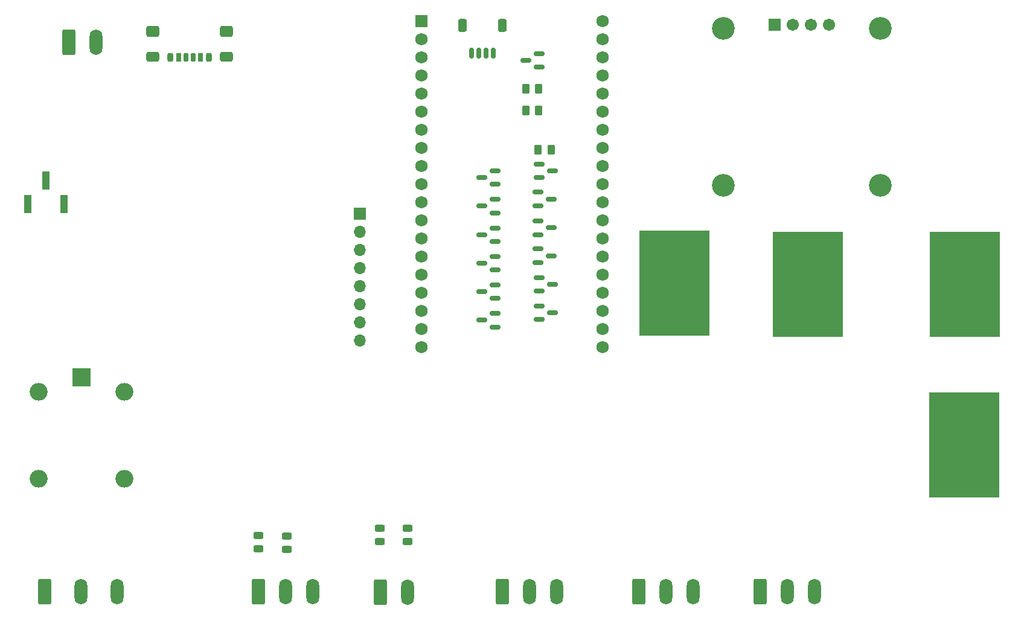
<source format=gbr>
%TF.GenerationSoftware,KiCad,Pcbnew,8.0.3*%
%TF.CreationDate,2024-07-13T16:10:20+00:00*%
%TF.ProjectId,jacuzzi,6a616375-7a7a-4692-9e6b-696361645f70,rev?*%
%TF.SameCoordinates,Original*%
%TF.FileFunction,Soldermask,Top*%
%TF.FilePolarity,Negative*%
%FSLAX46Y46*%
G04 Gerber Fmt 4.6, Leading zero omitted, Abs format (unit mm)*
G04 Created by KiCad (PCBNEW 8.0.3) date 2024-07-13 16:10:20*
%MOMM*%
%LPD*%
G01*
G04 APERTURE LIST*
G04 Aperture macros list*
%AMRoundRect*
0 Rectangle with rounded corners*
0 $1 Rounding radius*
0 $2 $3 $4 $5 $6 $7 $8 $9 X,Y pos of 4 corners*
0 Add a 4 corners polygon primitive as box body*
4,1,4,$2,$3,$4,$5,$6,$7,$8,$9,$2,$3,0*
0 Add four circle primitives for the rounded corners*
1,1,$1+$1,$2,$3*
1,1,$1+$1,$4,$5*
1,1,$1+$1,$6,$7*
1,1,$1+$1,$8,$9*
0 Add four rect primitives between the rounded corners*
20,1,$1+$1,$2,$3,$4,$5,0*
20,1,$1+$1,$4,$5,$6,$7,0*
20,1,$1+$1,$6,$7,$8,$9,0*
20,1,$1+$1,$8,$9,$2,$3,0*%
G04 Aperture macros list end*
%ADD10RoundRect,0.150000X0.587500X0.150000X-0.587500X0.150000X-0.587500X-0.150000X0.587500X-0.150000X0*%
%ADD11R,2.500000X2.500000*%
%ADD12O,2.500000X2.500000*%
%ADD13RoundRect,0.150000X-0.587500X-0.150000X0.587500X-0.150000X0.587500X0.150000X-0.587500X0.150000X0*%
%ADD14R,9.800000X14.700000*%
%ADD15R,1.000000X2.510000*%
%ADD16RoundRect,0.250000X-0.650000X-1.550000X0.650000X-1.550000X0.650000X1.550000X-0.650000X1.550000X0*%
%ADD17O,1.800000X3.600000*%
%ADD18RoundRect,0.150000X0.150000X0.625000X-0.150000X0.625000X-0.150000X-0.625000X0.150000X-0.625000X0*%
%ADD19RoundRect,0.250000X0.350000X0.650000X-0.350000X0.650000X-0.350000X-0.650000X0.350000X-0.650000X0*%
%ADD20RoundRect,0.102000X-0.765000X-0.765000X0.765000X-0.765000X0.765000X0.765000X-0.765000X0.765000X0*%
%ADD21C,1.734000*%
%ADD22RoundRect,0.250000X-0.262500X-0.450000X0.262500X-0.450000X0.262500X0.450000X-0.262500X0.450000X0*%
%ADD23RoundRect,0.243750X0.456250X-0.243750X0.456250X0.243750X-0.456250X0.243750X-0.456250X-0.243750X0*%
%ADD24RoundRect,0.243750X-0.456250X0.243750X-0.456250X-0.243750X0.456250X-0.243750X0.456250X0.243750X0*%
%ADD25RoundRect,0.102000X-0.754000X-0.754000X0.754000X-0.754000X0.754000X0.754000X-0.754000X0.754000X0*%
%ADD26C,1.712000*%
%ADD27C,3.204000*%
%ADD28R,1.700000X1.700000*%
%ADD29O,1.700000X1.700000*%
%ADD30RoundRect,0.250000X0.262500X0.450000X-0.262500X0.450000X-0.262500X-0.450000X0.262500X-0.450000X0*%
%ADD31RoundRect,0.175000X0.175000X0.425000X-0.175000X0.425000X-0.175000X-0.425000X0.175000X-0.425000X0*%
%ADD32RoundRect,0.190000X-0.190000X-0.410000X0.190000X-0.410000X0.190000X0.410000X-0.190000X0.410000X0*%
%ADD33RoundRect,0.200000X-0.200000X-0.400000X0.200000X-0.400000X0.200000X0.400000X-0.200000X0.400000X0*%
%ADD34RoundRect,0.175000X-0.175000X-0.425000X0.175000X-0.425000X0.175000X0.425000X-0.175000X0.425000X0*%
%ADD35RoundRect,0.190000X0.190000X0.410000X-0.190000X0.410000X-0.190000X-0.410000X0.190000X-0.410000X0*%
%ADD36RoundRect,0.200000X0.200000X0.400000X-0.200000X0.400000X-0.200000X-0.400000X0.200000X-0.400000X0*%
%ADD37RoundRect,0.250000X0.650000X0.425000X-0.650000X0.425000X-0.650000X-0.425000X0.650000X-0.425000X0*%
%ADD38RoundRect,0.250000X0.650000X0.500000X-0.650000X0.500000X-0.650000X-0.500000X0.650000X-0.500000X0*%
G04 APERTURE END LIST*
D10*
%TO.C,D9*%
X146937500Y-55950000D03*
X146937500Y-54050000D03*
X145062500Y-55000000D03*
%TD*%
D11*
%TO.C,K1*%
X82810000Y-99500000D03*
D12*
X76810000Y-101500000D03*
X76810000Y-113700000D03*
X88810000Y-113700000D03*
X88810000Y-101500000D03*
%TD*%
D10*
%TO.C,D19*%
X140810000Y-92400000D03*
X140810000Y-90500000D03*
X138935000Y-91450000D03*
%TD*%
D13*
%TO.C,D8*%
X146935000Y-69550000D03*
X146935000Y-71450000D03*
X148810000Y-70500000D03*
%TD*%
D14*
%TO.C,J14*%
X184660000Y-86450000D03*
%TD*%
D15*
%TO.C,J11*%
X75270000Y-75155000D03*
X77810000Y-71845000D03*
X80350000Y-75155000D03*
%TD*%
D16*
%TO.C,J3*%
X77650000Y-129500000D03*
D17*
X82730000Y-129500000D03*
X87810000Y-129500000D03*
%TD*%
D18*
%TO.C,J4*%
X140500000Y-54000000D03*
X139500000Y-54000000D03*
X138500000Y-54000000D03*
X137500000Y-54000000D03*
D19*
X141800000Y-50125000D03*
X136200000Y-50125000D03*
%TD*%
D13*
%TO.C,D22*%
X146810000Y-77550000D03*
X146810000Y-79450000D03*
X148685000Y-78500000D03*
%TD*%
D20*
%TO.C,U3*%
X130410000Y-49500000D03*
D21*
X130410000Y-52040000D03*
X130410000Y-54580000D03*
X130410000Y-57120000D03*
X130410000Y-59660000D03*
X130410000Y-62200000D03*
X130410000Y-64740000D03*
X130410000Y-67280000D03*
X130410000Y-69820000D03*
X130410000Y-72360000D03*
X130410000Y-74900000D03*
X130410000Y-77440000D03*
X130410000Y-79980000D03*
X130410000Y-82520000D03*
X130410000Y-85060000D03*
X130410000Y-87600000D03*
X130410000Y-90140000D03*
X130410000Y-92680000D03*
X130410000Y-95220000D03*
X155810000Y-95220000D03*
X155810000Y-92680000D03*
X155810000Y-90140000D03*
X155810000Y-87600000D03*
X155810000Y-85060000D03*
X155810000Y-82520000D03*
X155810000Y-79980000D03*
X155810000Y-77440000D03*
X155810000Y-74900000D03*
X155810000Y-72360000D03*
X155810000Y-69820000D03*
X155810000Y-67280000D03*
X155810000Y-64740000D03*
X155810000Y-62200000D03*
X155810000Y-59660000D03*
X155810000Y-57120000D03*
X155810000Y-54580000D03*
X155810000Y-52040000D03*
X155810000Y-49500000D03*
%TD*%
D22*
%TO.C,R9*%
X145087500Y-62000000D03*
X146912500Y-62000000D03*
%TD*%
D10*
%TO.C,D18*%
X140810000Y-88400000D03*
X140810000Y-86500000D03*
X138935000Y-87450000D03*
%TD*%
D14*
%TO.C,J15*%
X206560000Y-108950000D03*
%TD*%
D23*
%TO.C,D13*%
X128535000Y-122500000D03*
X128535000Y-120625000D03*
%TD*%
D22*
%TO.C,R10*%
X145087500Y-59000000D03*
X146912500Y-59000000D03*
%TD*%
D23*
%TO.C,D11*%
X124585000Y-122500000D03*
X124585000Y-120625000D03*
%TD*%
D16*
%TO.C,J1*%
X107585000Y-129500000D03*
D17*
X111395000Y-129500000D03*
X115205000Y-129500000D03*
%TD*%
D16*
%TO.C,J5*%
X160965000Y-129500000D03*
D17*
X164775000Y-129500000D03*
X168585000Y-129500000D03*
%TD*%
D14*
%TO.C,J16*%
X206660000Y-86450000D03*
%TD*%
D24*
%TO.C,D2*%
X107585000Y-121625000D03*
X107585000Y-123500000D03*
%TD*%
D16*
%TO.C,J7*%
X124725000Y-129625000D03*
D17*
X128535000Y-129625000D03*
%TD*%
D10*
%TO.C,D15*%
X140810000Y-80450000D03*
X140810000Y-78550000D03*
X138935000Y-79500000D03*
%TD*%
%TO.C,D17*%
X140810000Y-84400000D03*
X140810000Y-82500000D03*
X138935000Y-83450000D03*
%TD*%
D14*
%TO.C,J13*%
X165960000Y-86280000D03*
%TD*%
D13*
%TO.C,D24*%
X146810000Y-73500000D03*
X146810000Y-75400000D03*
X148685000Y-74450000D03*
%TD*%
%TO.C,D25*%
X146810000Y-81450000D03*
X146810000Y-83350000D03*
X148685000Y-82400000D03*
%TD*%
D25*
%TO.C,U4*%
X180000000Y-50000000D03*
D26*
X182540000Y-50000000D03*
X185080000Y-50000000D03*
X187620000Y-50000000D03*
D27*
X172810000Y-50500000D03*
X194810000Y-50500000D03*
X194810000Y-72500000D03*
X172810000Y-72500000D03*
%TD*%
D10*
%TO.C,D16*%
X140810000Y-76400000D03*
X140810000Y-74500000D03*
X138935000Y-75450000D03*
%TD*%
D28*
%TO.C,J8*%
X121810000Y-76500000D03*
D29*
X121810000Y-79040000D03*
X121810000Y-81580000D03*
X121810000Y-84120000D03*
X121810000Y-86660000D03*
X121810000Y-89200000D03*
X121810000Y-91740000D03*
X121810000Y-94280000D03*
%TD*%
D16*
%TO.C,J6*%
X177965000Y-129500000D03*
D17*
X181775000Y-129500000D03*
X185585000Y-129500000D03*
%TD*%
D30*
%TO.C,R27*%
X148635000Y-67500000D03*
X146810000Y-67500000D03*
%TD*%
D31*
%TO.C,J9*%
X98435000Y-54555000D03*
D32*
X96415000Y-54555000D03*
D33*
X95185000Y-54555000D03*
D34*
X97435000Y-54555000D03*
D35*
X99455000Y-54555000D03*
D36*
X100685000Y-54555000D03*
D37*
X103060000Y-54500000D03*
D38*
X103060000Y-50920000D03*
D37*
X92810000Y-54500000D03*
D38*
X92810000Y-50920000D03*
%TD*%
D16*
%TO.C,J10*%
X81000000Y-52500000D03*
D17*
X84810000Y-52500000D03*
%TD*%
D13*
%TO.C,D23*%
X146935000Y-85450000D03*
X146935000Y-87350000D03*
X148810000Y-86400000D03*
%TD*%
D10*
%TO.C,D14*%
X140810000Y-72400000D03*
X140810000Y-70500000D03*
X138935000Y-71450000D03*
%TD*%
D13*
%TO.C,D26*%
X146935000Y-89450000D03*
X146935000Y-91350000D03*
X148810000Y-90400000D03*
%TD*%
D24*
%TO.C,D4*%
X111585000Y-121687500D03*
X111585000Y-123562500D03*
%TD*%
D16*
%TO.C,J2*%
X141775000Y-129500000D03*
D17*
X145585000Y-129500000D03*
X149395000Y-129500000D03*
%TD*%
M02*

</source>
